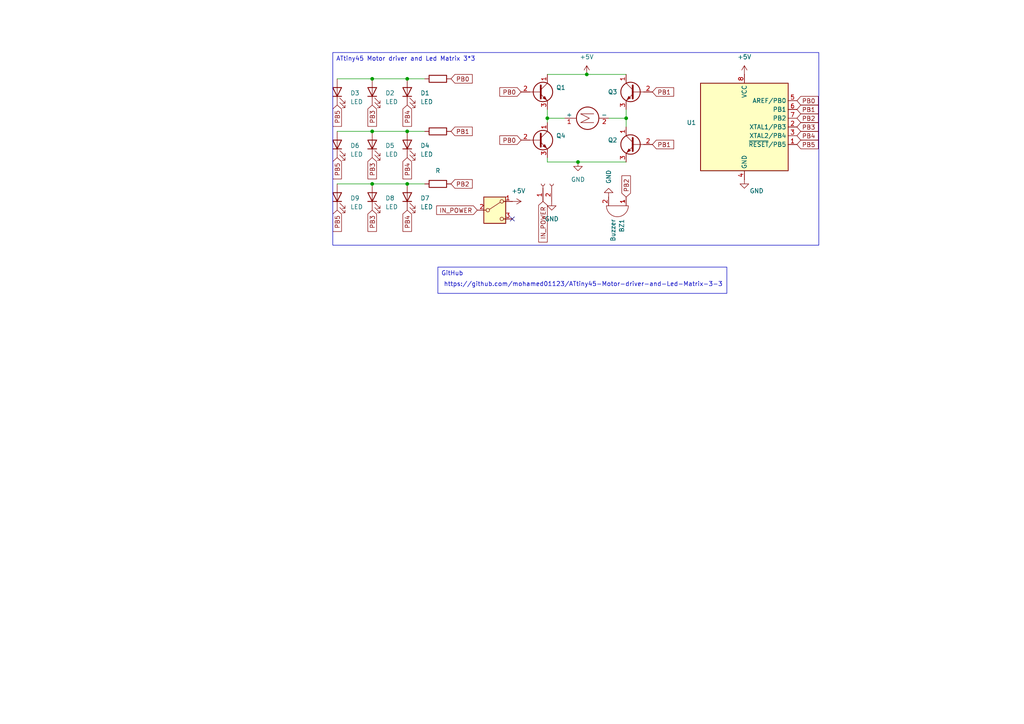
<source format=kicad_sch>
(kicad_sch (version 20250114) (generator "eeschema") (generator_version "9.0")
  (paper "A4")
  (lib_symbols
    (symbol "Connector:Conn_01x02_Socket" (pin_names (offset 1.016) (hide yes))
      (property "Reference" "J" (at 0 2.54 0))
      (property "Value" "Conn_01x02_Socket" (at 0 -5.08 0))
      (symbol "Conn_01x02_Socket_1_1"
        (polyline (pts (xy -1.27 0) (xy -0.508 0)) (stroke (width 0.1524)))
        (polyline (pts (xy -1.27 -2.54) (xy -0.508 -2.54)) (stroke (width 0.1524)))
        (arc (start 0 -0.508) (mid -0.5058 0) (end 0 0.508) (stroke (width 0.1524)))
        (arc (start 0 -3.048) (mid -0.5058 -2.54) (end 0 -2.032) (stroke (width 0.1524)))
        (pin passive line (at -5.08 0 0) (length 3.81) (name "Pin_1") (number "1"))
        (pin passive line (at -5.08 -2.54 0) (length 3.81) (name "Pin_2") (number "2"))
      )
    )
    (symbol "Device:Buzzer" (pin_names (offset 0.0254) (hide yes))
      (property "Reference" "BZ" (at 3.81 1.27 0))
      (property "Value" "Buzzer" (at 3.81 -1.27 0))
      (symbol "Buzzer_0_1"
        (polyline (pts (xy -1.651 1.905) (xy -1.143 1.905)))
        (polyline (pts (xy -1.397 2.159) (xy -1.397 1.651)))
        (arc (start 0 3.175) (mid 3.1612 0) (end 0 -3.175))
        (polyline (pts (xy 0 3.175) (xy 0 -3.175)))
      )
      (symbol "Buzzer_1_1"
        (pin passive line (at -2.54 2.54 0) (length 2.54) (name "+") (number "1"))
        (pin passive line (at -2.54 -2.54 0) (length 2.54) (name "-") (number "2"))
      )
    )
    (symbol "Device:LED" (pin_numbers (hide yes)) (pin_names (offset 1.016) (hide yes))
      (property "Reference" "D" (at 0 2.54 0))
      (property "Value" "LED" (at 0 -2.54 0))
      (symbol "LED_0_1"
        (polyline (pts (xy -3.048 -0.762) (xy -4.572 -2.286) (xy -3.81 -2.286) (xy -4.572 -2.286) (xy -4.572 -1.524)))
        (polyline (pts (xy -1.778 -0.762) (xy -3.302 -2.286) (xy -2.54 -2.286) (xy -3.302 -2.286) (xy -3.302 -1.524)))
        (polyline (pts (xy -1.27 0) (xy 1.27 0)))
        (polyline (pts (xy -1.27 -1.27) (xy -1.27 1.27)) (stroke (width 0.254)))
        (polyline (pts (xy 1.27 -1.27) (xy 1.27 1.27) (xy -1.27 0) (xy 1.27 -1.27)) (stroke (width 0.254)))
      )
      (symbol "LED_1_1"
        (pin passive line (at -3.81 0 0) (length 2.54) (name "K") (number "1"))
        (pin passive line (at 3.81 0 180) (length 2.54) (name "A") (number "2"))
      )
    )
    (symbol "Device:R" (pin_numbers (hide yes)) (pin_names (offset 0))
      (property "Reference" "R" (at 2.032 0 90))
      (property "Value" "R" (at 0 0 90))
      (symbol "R_0_1"
        (rectangle (start -1.016 -2.54) (end 1.016 2.54) (stroke (width 0.254)))
      )
      (symbol "R_1_1"
        (pin passive line (at 0 3.81 270) (length 1.27) (name "~") (number "1"))
        (pin passive line (at 0 -3.81 90) (length 1.27) (name "~") (number "2"))
      )
    )
    (symbol "MCU_Microchip_ATtiny:ATtiny45-20P"
      (property "Reference" "U" (at -12.7 13.97 0))
      (property "Value" "ATtiny45-20P" (at 2.54 -13.97 0))
      (symbol "ATtiny45-20P_0_1"
        (rectangle (start -12.7 -12.7) (end 12.7 12.7) (stroke (width 0.254)) (fill (type background)))
      )
      (symbol "ATtiny45-20P_1_1"
        (pin power_in line (at 0 15.24 270) (length 2.54) (name "VCC") (number "8"))
        (pin power_in line (at 0 -15.24 90) (length 2.54) (name "GND") (number "4"))
        (pin bidirectional line (at 15.24 7.62 180) (length 2.54) (name "AREF/PB0") (number "5"))
        (pin bidirectional line (at 15.24 5.08 180) (length 2.54) (name "PB1") (number "6"))
        (pin bidirectional line (at 15.24 2.54 180) (length 2.54) (name "PB2") (number "7"))
        (pin bidirectional line (at 15.24 0 180) (length 2.54) (name "XTAL1/PB3") (number "2"))
        (pin bidirectional line (at 15.24 -2.54 180) (length 2.54) (name "XTAL2/PB4") (number "3"))
        (pin bidirectional line (at 15.24 -5.08 180) (length 2.54) (name "~{RESET}/PB5") (number "1"))
      )
    )
    (symbol "Motor:Motor_DC" (pin_names (offset 0))
      (property "Reference" "M" (at 2.54 2.54 0))
      (property "Value" "Motor_DC" (at 2.54 -5.08 0))
      (symbol "Motor_DC_0_0"
        (polyline (pts (xy -1.27 -3.302) (xy -1.27 0.508) (xy 0 -2.032) (xy 1.27 0.508) (xy 1.27 -3.302)))
      )
      (symbol "Motor_DC_0_1"
        (polyline (pts (xy 0 2.032) (xy 0 2.54)))
        (polyline (pts (xy 0 1.7272) (xy 0 2.0828)))
        (circle (center 0 -1.524) (radius 3.2512) (stroke (width 0.254)))
        (polyline (pts (xy 0 -4.7752) (xy 0 -5.1816)))
        (polyline (pts (xy 0 -7.62) (xy 0 -7.112)))
      )
      (symbol "Motor_DC_1_1"
        (pin passive line (at 0 5.08 270) (length 2.54) (name "+") (number "1"))
        (pin passive line (at 0 -7.62 90) (length 2.54) (name "-") (number "2"))
      )
    )
    (symbol "Switch:SW_DPDT_x2" (pin_names (offset 0) (hide yes))
      (property "Reference" "SW" (at 0 5.08 0))
      (property "Value" "SW_DPDT_x2" (at 0 -5.08 0))
      (symbol "SW_DPDT_x2_0_0"
        (circle (center -2.032 0) (radius 0.508))
        (circle (center 2.032 -2.54) (radius 0.508))
      )
      (symbol "SW_DPDT_x2_0_1"
        (rectangle (start -3.175 3.81) (end 3.175 -3.81) (stroke (width 0.254)) (fill (type background)))
        (polyline (pts (xy -1.524 0.254) (xy 1.5748 2.286)))
        (circle (center 2.032 2.54) (radius 0.508))
      )
      (symbol "SW_DPDT_x2_1_1"
        (pin passive line (at -5.08 0 0) (length 2.54) (name "B") (number "2"))
        (pin passive line (at 5.08 2.54 180) (length 2.54) (name "A") (number "1"))
        (pin passive line (at 5.08 -2.54 180) (length 2.54) (name "C") (number "3"))
      )
      (symbol "SW_DPDT_x2_2_1"
        (pin passive line (at -5.08 0 0) (length 2.54) (name "B") (number "5"))
        (pin passive line (at 5.08 2.54 180) (length 2.54) (name "A") (number "4"))
        (pin passive line (at 5.08 -2.54 180) (length 2.54) (name "C") (number "6"))
      )
    )
    (symbol "Transistor_BJT:BC547" (pin_names (offset 0) (hide yes))
      (property "Reference" "Q" (at 5.08 1.905 0))
      (property "Value" "BC547" (at 5.08 0 0))
      (symbol "BC547_0_1"
        (polyline (pts (xy -2.54 0) (xy 0.635 0)))
        (polyline (pts (xy 0.635 1.905) (xy 0.635 -1.905)) (stroke (width 0.508)))
        (circle (center 1.27 0) (radius 2.8194) (stroke (width 0.254)))
      )
      (symbol "BC547_1_1"
        (polyline (pts (xy 0.635 0.635) (xy 2.54 2.54)))
        (polyline (pts (xy 0.635 -0.635) (xy 2.54 -2.54)))
        (polyline (pts (xy 1.27 -1.778) (xy 1.778 -1.27) (xy 2.286 -2.286) (xy 1.27 -1.778)) (fill (type outline)))
        (pin input line (at -5.08 0 0) (length 2.54) (name "B") (number "2"))
        (pin passive line (at 2.54 5.08 270) (length 2.54) (name "C") (number "1"))
        (pin passive line (at 2.54 -5.08 90) (length 2.54) (name "E") (number "3"))
      )
    )
    (symbol "power:+5V" (power) (pin_numbers (hide yes)) (pin_names (offset 0) (hide yes))
      (property "Value" "+5V" (at 0 3.556 0))
      (symbol "+5V_0_1"
        (polyline (pts (xy -0.762 1.27) (xy 0 2.54)))
        (polyline (pts (xy 0 2.54) (xy 0.762 1.27)))
        (polyline (pts (xy 0 0) (xy 0 2.54)))
      )
      (symbol "+5V_1_1"
        (pin power_in line (at 0 0 90) (length 0) (name "~") (number "1"))
      )
    )
    (symbol "power:GND" (power) (pin_numbers (hide yes)) (pin_names (offset 0) (hide yes))
      (property "Value" "GND" (at 0 -3.81 0))
      (symbol "GND_0_1"
        (polyline (pts (xy 0 0) (xy 0 -1.27) (xy 1.27 -1.27) (xy 0 -2.54) (xy -1.27 -1.27) (xy 0 -1.27)))
      )
      (symbol "GND_1_1"
        (pin power_in line (at 0 0 270) (length 0) (name "~") (number "1"))
      )
    )
  )
  (text "https://github.com/mohamed01123/ATtiny45-Motor-driver-and-Led-Matrix-3-3" (at 169.164 82.55 0) (effects (font (size 1.27 1.27))))
  (text_box "ATtiny45 Motor driver and Led Matrix 3*3" (at 96.52 15.24 0) (size 140.97 55.88) (margins 0.9525 0.9525 0.9525 0.9525) (effects (font (size 1.27 1.27)) (justify left top)))
  (text_box "GitHub" (at 127 77.47 0) (size 83.82 7.62) (margins 0.9525 0.9525 0.9525 0.9525) (effects (font (size 1.27 1.27)) (justify left top)))
  (junction (at 118.11 22.86))
  (junction (at 118.11 53.34))
  (junction (at 118.11 38.1))
  (junction (at 107.95 22.86))
  (junction (at 170.18 21.59))
  (junction (at 107.95 38.1))
  (junction (at 181.61 34.29))
  (junction (at 167.64 46.99))
  (junction (at 107.95 53.34))
  (junction (at 158.75 34.29))
  (no_connect (at 148.59 63.5))
  (wire (pts (xy 176.53 34.29) (xy 181.61 34.29)))
  (wire (pts (xy 97.79 22.86) (xy 107.95 22.86)))
  (wire (pts (xy 97.79 53.34) (xy 107.95 53.34)))
  (wire (pts (xy 118.11 22.86) (xy 123.19 22.86)))
  (wire (pts (xy 181.61 31.75) (xy 181.61 34.29)))
  (wire (pts (xy 167.64 46.99) (xy 181.61 46.99)))
  (wire (pts (xy 158.75 34.29) (xy 158.75 35.56)))
  (wire (pts (xy 107.95 38.1) (xy 118.11 38.1)))
  (wire (pts (xy 107.95 22.86) (xy 118.11 22.86)))
  (wire (pts (xy 170.18 21.59) (xy 181.61 21.59)))
  (wire (pts (xy 118.11 38.1) (xy 123.19 38.1)))
  (wire (pts (xy 158.75 46.99) (xy 158.75 45.72)))
  (wire (pts (xy 181.61 34.29) (xy 181.61 36.83)))
  (wire (pts (xy 170.18 21.59) (xy 158.75 21.59)))
  (wire (pts (xy 118.11 53.34) (xy 123.19 53.34)))
  (wire (pts (xy 158.75 34.29) (xy 163.83 34.29)))
  (wire (pts (xy 158.75 31.75) (xy 158.75 34.29)))
  (wire (pts (xy 107.95 53.34) (xy 118.11 53.34)))
  (wire (pts (xy 167.64 46.99) (xy 158.75 46.99)))
  (wire (pts (xy 97.79 38.1) (xy 107.95 38.1)))
  (global_label "PB5" (shape input) (at 97.79 30.48 270) (property "Intersheetrefs" "${INTERSHEET_REFS}" (effects (hide yes))))
  (global_label "PB4" (shape input) (at 118.11 60.96 270) (property "Intersheetrefs" "${INTERSHEET_REFS}" (effects (hide yes))))
  (global_label "PB5" (shape input) (at 97.79 60.96 270) (property "Intersheetrefs" "${INTERSHEET_REFS}" (effects (hide yes))))
  (global_label "IN_POWER" (shape input) (at 138.43 60.96 180) (property "Intersheetrefs" "${INTERSHEET_REFS}" (effects (hide yes))))
  (global_label "PB0" (shape input) (at 231.14 29.21 0) (property "Intersheetrefs" "${INTERSHEET_REFS}" (effects (hide yes))))
  (global_label "PB0" (shape input) (at 130.81 22.86 0) (property "Intersheetrefs" "${INTERSHEET_REFS}" (effects (hide yes))))
  (global_label "PB4" (shape input) (at 118.11 30.48 270) (property "Intersheetrefs" "${INTERSHEET_REFS}" (effects (hide yes))))
  (global_label "PB2" (shape input) (at 130.81 53.34 0) (property "Intersheetrefs" "${INTERSHEET_REFS}" (effects (hide yes))))
  (global_label "PB4" (shape input) (at 118.11 45.72 270) (property "Intersheetrefs" "${INTERSHEET_REFS}" (effects (hide yes))))
  (global_label "PB5" (shape input) (at 97.79 45.72 270) (property "Intersheetrefs" "${INTERSHEET_REFS}" (effects (hide yes))))
  (global_label "PB0" (shape input) (at 151.13 40.64 180) (property "Intersheetrefs" "${INTERSHEET_REFS}" (effects (hide yes))))
  (global_label "PB5" (shape input) (at 231.14 41.91 0) (property "Intersheetrefs" "${INTERSHEET_REFS}" (effects (hide yes))))
  (global_label "PB2" (shape input) (at 181.61 57.15 90) (property "Intersheetrefs" "${INTERSHEET_REFS}" (effects (hide yes))))
  (global_label "IN_POWER" (shape input) (at 157.48 58.42 270) (property "Intersheetrefs" "${INTERSHEET_REFS}" (effects (hide yes))))
  (global_label "PB3" (shape input) (at 231.14 36.83 0) (property "Intersheetrefs" "${INTERSHEET_REFS}" (effects (hide yes))))
  (global_label "PB1" (shape input) (at 231.14 31.75 0) (property "Intersheetrefs" "${INTERSHEET_REFS}" (effects (hide yes))))
  (global_label "PB1" (shape input) (at 130.81 38.1 0) (property "Intersheetrefs" "${INTERSHEET_REFS}" (effects (hide yes))))
  (global_label "PB0" (shape input) (at 151.13 26.67 180) (property "Intersheetrefs" "${INTERSHEET_REFS}" (effects (hide yes))))
  (global_label "PB4" (shape input) (at 231.14 39.37 0) (property "Intersheetrefs" "${INTERSHEET_REFS}" (effects (hide yes))))
  (global_label "PB3" (shape input) (at 107.95 45.72 270) (property "Intersheetrefs" "${INTERSHEET_REFS}" (effects (hide yes))))
  (global_label "PB1" (shape input) (at 189.23 41.91 0) (property "Intersheetrefs" "${INTERSHEET_REFS}" (effects (hide yes))))
  (global_label "PB3" (shape input) (at 107.95 30.48 270) (property "Intersheetrefs" "${INTERSHEET_REFS}" (effects (hide yes))))
  (global_label "PB2" (shape input) (at 231.14 34.29 0) (property "Intersheetrefs" "${INTERSHEET_REFS}" (effects (hide yes))))
  (global_label "PB3" (shape input) (at 107.95 60.96 270) (property "Intersheetrefs" "${INTERSHEET_REFS}" (effects (hide yes))))
  (global_label "PB1" (shape input) (at 189.23 26.67 0) (property "Intersheetrefs" "${INTERSHEET_REFS}" (effects (hide yes))))
  (symbol (lib_id "Motor:Motor_DC") (at 168.91 34.29 90) (unit 1)
    (property "Reference" "M1" (effects (hide yes)))
    (property "Value" "Motor_DC" (effects (hide yes)))
    (property "Footprint" "Connector_PinHeader_1.27mm:PinHeader_1x02_P1.27mm_Vertical" (effects (hide yes)))
    (property "Description" "DC Motor" (effects (hide yes)))
  )
  (symbol (lib_id "Device:R") (at 127 22.86 90) (unit 1)
    (property "Reference" "R1" (effects (hide yes)))
    (property "Value" "R" (effects (hide yes)))
    (property "Footprint" "Resistor_THT:R_Axial_DIN0204_L3.6mm_D1.6mm_P5.08mm_Horizontal" (effects (hide yes)))
    (property "Description" "Resistor" (effects (hide yes)))
  )
  (symbol (lib_id "MCU_Microchip_ATtiny:ATtiny45-20P") (at 215.9 36.83 0) (unit 1)
    (property "Reference" "U1" (at 201.93 35.5599 0) (effects (justify right)))
    (property "Value" "ATtiny45-20P" (effects (hide yes)))
    (property "Footprint" "Package_DIP:DIP-8_W7.62mm" (effects (hide yes)))
    (property "Datasheet" "http://ww1.microchip.com/downloads/en/DeviceDoc/atmel-2586-avr-8-bit-microcontroller-attiny25-attiny45-attiny85_datasheet.pdf" (effects (hide yes)))
    (property "Description" "20MHz, 4kB Flash, 256B SRAM, 256B EEPROM, debugWIRE, DIP-8" (effects (hide yes)))
  )
  (symbol (lib_id "Device:LED") (at 107.95 26.67 90) (unit 1)
    (property "Reference" "D2" (at 111.76 26.9874 90) (effects (justify right)))
    (property "Value" "LED" (at 111.76 29.5274 90) (effects (justify right)))
    (property "Footprint" "LED_THT:LED_D3.0mm" (effects (hide yes)))
    (property "Description" "Light emitting diode" (effects (hide yes)))
    (property "Sim.Pins" "1=K 2=A" (effects (hide yes)))
  )
  (symbol (lib_id "Device:R") (at 127 53.34 90) (unit 1)
    (property "Reference" "R3" (effects (hide yes)))
    (property "Value" "R" (at 127 49.53 90))
    (property "Footprint" "Resistor_THT:R_Axial_DIN0204_L3.6mm_D1.6mm_P5.08mm_Horizontal" (effects (hide yes)))
    (property "Description" "Resistor" (effects (hide yes)))
  )
  (symbol (lib_id "power:GND") (at 215.9 52.07 0) (unit 1)
    (property "Reference" "#PWR07" (effects (hide yes)))
    (property "Value" "GND" (at 219.456 55.372 0))
    (property "Description" "Power symbol creates a global label with name \"GND\" , ground" (effects (hide yes)))
  )
  (symbol (lib_id "power:GND") (at 160.02 58.42 0) (unit 1)
    (property "Reference" "#PWR05" (effects (hide yes)))
    (property "Value" "GND" (at 160.02 63.5 0))
    (property "Description" "Power symbol creates a global label with name \"GND\" , ground" (effects (hide yes)))
  )
  (symbol (lib_id "power:+5V") (at 170.18 21.59 0) (unit 1)
    (property "Reference" "#PWR02" (effects (hide yes)))
    (property "Value" "+5V" (at 170.18 16.51 0))
    (property "Description" "Power symbol creates a global label with name \"+5V\"" (effects (hide yes)))
  )
  (symbol (lib_id "power:GND") (at 176.53 57.15 180) (unit 1)
    (property "Reference" "#PWR03" (effects (hide yes)))
    (property "Value" "GND" (at 176.5301 53.34 90) (effects (justify right)))
    (property "Description" "Power symbol creates a global label with name \"GND\" , ground" (effects (hide yes)))
  )
  (symbol (lib_id "Transistor_BJT:BC547") (at 184.15 26.67 0) (mirror y) (unit 1)
    (property "Reference" "Q3" (at 179.07 26.6699 0) (effects (justify left)))
    (property "Value" "BC547" (effects (hide yes)))
    (property "Footprint" "Package_TO_SOT_THT:TO-92_Inline" (effects (hide yes)))
    (property "Datasheet" "https://www.onsemi.com/pub/Collateral/BC550-D.pdf" (effects (hide yes)))
    (property "Description" "0.1A Ic, 45V Vce, Small Signal NPN Transistor, TO-92" (effects (hide yes)))
  )
  (symbol (lib_id "Device:Buzzer") (at 179.07 59.69 270) (unit 1)
    (property "Reference" "BZ1" (at 180.3401 63.5 0) (effects (justify left)))
    (property "Value" "Buzzer" (at 177.8001 63.5 0) (effects (justify left)))
    (property "Footprint" "Buzzer_Beeper:Buzzer_12x9.5RM7.6" (effects (hide yes)))
    (property "Description" "Buzzer, polarized" (effects (hide yes)))
  )
  (symbol (lib_id "Device:R") (at 127 38.1 90) (unit 1)
    (property "Reference" "R2" (effects (hide yes)))
    (property "Value" "R" (effects (hide yes)))
    (property "Footprint" "Resistor_THT:R_Axial_DIN0204_L3.6mm_D1.6mm_P5.08mm_Horizontal" (effects (hide yes)))
    (property "Description" "Resistor" (effects (hide yes)))
  )
  (symbol (lib_id "Device:LED") (at 97.79 41.91 90) (unit 1)
    (property "Reference" "D6" (at 101.6 42.2274 90) (effects (justify right)))
    (property "Value" "LED" (at 101.6 44.7674 90) (effects (justify right)))
    (property "Footprint" "LED_THT:LED_D3.0mm" (effects (hide yes)))
    (property "Description" "Light emitting diode" (effects (hide yes)))
    (property "Sim.Pins" "1=K 2=A" (effects (hide yes)))
  )
  (symbol (lib_id "power:+5V") (at 148.59 58.42 270) (unit 1)
    (property "Reference" "#PWR08" (effects (hide yes)))
    (property "Value" "+5V" (at 148.336 55.372 90) (effects (justify left)))
    (property "Description" "Power symbol creates a global label with name \"+5V\"" (effects (hide yes)))
  )
  (symbol (lib_id "Device:LED") (at 118.11 57.15 90) (unit 1)
    (property "Reference" "D7" (at 121.92 57.4674 90) (effects (justify right)))
    (property "Value" "LED" (at 121.92 60.0074 90) (effects (justify right)))
    (property "Footprint" "LED_THT:LED_D3.0mm" (effects (hide yes)))
    (property "Description" "Light emitting diode" (effects (hide yes)))
    (property "Sim.Pins" "1=K 2=A" (effects (hide yes)))
  )
  (symbol (lib_id "power:GND") (at 167.64 46.99 0) (unit 1)
    (property "Reference" "#PWR01" (effects (hide yes)))
    (property "Value" "GND" (at 167.64 52.07 0))
    (property "Description" "Power symbol creates a global label with name \"GND\" , ground" (effects (hide yes)))
  )
  (symbol (lib_id "Transistor_BJT:BC547") (at 156.21 40.64 0) (unit 1)
    (property "Reference" "Q4" (at 161.29 39.3699 0) (effects (justify left)))
    (property "Value" "BC547" (effects (hide yes)))
    (property "Footprint" "Package_TO_SOT_THT:TO-92_Inline" (effects (hide yes)))
    (property "Datasheet" "https://www.onsemi.com/pub/Collateral/BC550-D.pdf" (effects (hide yes)))
    (property "Description" "0.1A Ic, 45V Vce, Small Signal NPN Transistor, TO-92" (effects (hide yes)))
  )
  (symbol (lib_id "Device:LED") (at 118.11 41.91 90) (unit 1)
    (property "Reference" "D4" (at 121.92 42.2274 90) (effects (justify right)))
    (property "Value" "LED" (at 121.92 44.7674 90) (effects (justify right)))
    (property "Footprint" "LED_THT:LED_D3.0mm" (effects (hide yes)))
    (property "Description" "Light emitting diode" (effects (hide yes)))
    (property "Sim.Pins" "1=K 2=A" (effects (hide yes)))
  )
  (symbol (lib_id "Switch:SW_DPDT_x2") (at 143.51 60.96 0) (unit 1)
    (property "Reference" "SW1" (effects (hide yes)))
    (property "Value" "SW_DPDT_x2" (effects (hide yes)))
    (property "Footprint" "Button_Switch_THT:SW_CK_JS202011CQN_DPDT_Straight" (effects (hide yes)))
    (property "Description" "Switch, dual pole double throw, separate symbols" (effects (hide yes)))
  )
  (symbol (lib_id "Device:LED") (at 118.11 26.67 90) (unit 1)
    (property "Reference" "D1" (at 121.92 26.9874 90) (effects (justify right)))
    (property "Value" "LED" (at 121.92 29.5274 90) (effects (justify right)))
    (property "Footprint" "LED_THT:LED_D3.0mm" (effects (hide yes)))
    (property "Description" "Light emitting diode" (effects (hide yes)))
    (property "Sim.Pins" "1=K 2=A" (effects (hide yes)))
  )
  (symbol (lib_id "Device:LED") (at 107.95 41.91 90) (unit 1)
    (property "Reference" "D5" (at 111.76 42.2274 90) (effects (justify right)))
    (property "Value" "LED" (at 111.76 44.7674 90) (effects (justify right)))
    (property "Footprint" "LED_THT:LED_D3.0mm" (effects (hide yes)))
    (property "Description" "Light emitting diode" (effects (hide yes)))
    (property "Sim.Pins" "1=K 2=A" (effects (hide yes)))
  )
  (symbol (lib_id "Device:LED") (at 97.79 57.15 90) (unit 1)
    (property "Reference" "D9" (at 101.6 57.4674 90) (effects (justify right)))
    (property "Value" "LED" (at 101.6 60.0074 90) (effects (justify right)))
    (property "Footprint" "LED_THT:LED_D3.0mm" (effects (hide yes)))
    (property "Description" "Light emitting diode" (effects (hide yes)))
    (property "Sim.Pins" "1=K 2=A" (effects (hide yes)))
  )
  (symbol (lib_id "power:+5V") (at 215.9 21.59 0) (unit 1)
    (property "Reference" "#PWR06" (effects (hide yes)))
    (property "Value" "+5V" (at 215.9 16.51 0))
    (property "Description" "Power symbol creates a global label with name \"+5V\"" (effects (hide yes)))
  )
  (symbol (lib_id "Device:LED") (at 107.95 57.15 90) (unit 1)
    (property "Reference" "D8" (at 111.76 57.4674 90) (effects (justify right)))
    (property "Value" "LED" (at 111.76 60.0074 90) (effects (justify right)))
    (property "Footprint" "LED_THT:LED_D3.0mm" (effects (hide yes)))
    (property "Description" "Light emitting diode" (effects (hide yes)))
    (property "Sim.Pins" "1=K 2=A" (effects (hide yes)))
  )
  (symbol (lib_id "Connector:Conn_01x02_Socket") (at 157.48 53.34 90) (unit 1)
    (property "Reference" "J1" (effects (hide yes)))
    (property "Value" "Conn_01x02_Socket" (effects (hide yes)))
    (property "Footprint" "TerminalBlock_Phoenix:TerminalBlock_Phoenix_PT-1,5-2-3.5-H_1x02_P3.50mm_Horizontal" (effects (hide yes)))
    (property "Description" "Generic connector, single row, 01x02, script generated" (effects (hide yes)))
  )
  (symbol (lib_id "Transistor_BJT:BC547") (at 184.15 41.91 0) (mirror y) (unit 1)
    (property "Reference" "Q2" (at 179.07 40.6399 0) (effects (justify left)))
    (property "Value" "BC547" (effects (hide yes)))
    (property "Footprint" "Package_TO_SOT_THT:TO-92_Inline" (effects (hide yes)))
    (property "Datasheet" "https://www.onsemi.com/pub/Collateral/BC550-D.pdf" (effects (hide yes)))
    (property "Description" "0.1A Ic, 45V Vce, Small Signal NPN Transistor, TO-92" (effects (hide yes)))
  )
  (symbol (lib_id "Device:LED") (at 97.79 26.67 90) (unit 1)
    (property "Reference" "D3" (at 101.6 26.9874 90) (effects (justify right)))
    (property "Value" "LED" (at 101.6 29.5274 90) (effects (justify right)))
    (property "Footprint" "LED_THT:LED_D3.0mm" (effects (hide yes)))
    (property "Description" "Light emitting diode" (effects (hide yes)))
    (property "Sim.Pins" "1=K 2=A" (effects (hide yes)))
  )
  (symbol (lib_id "Transistor_BJT:BC547") (at 156.21 26.67 0) (unit 1)
    (property "Reference" "Q1" (at 161.29 25.3999 0) (effects (justify left)))
    (property "Value" "BC547" (effects (hide yes)))
    (property "Footprint" "Package_TO_SOT_THT:TO-92_Inline" (effects (hide yes)))
    (property "Datasheet" "https://www.onsemi.com/pub/Collateral/BC550-D.pdf" (effects (hide yes)))
    (property "Description" "0.1A Ic, 45V Vce, Small Signal NPN Transistor, TO-92" (effects (hide yes)))
  )
)
</source>
